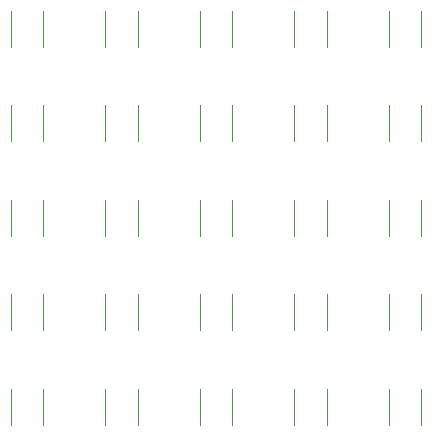
<source format=gbr>
%TF.GenerationSoftware,KiCad,Pcbnew,(6.0.1)*%
%TF.CreationDate,2022-11-17T20:37:07-05:00*%
%TF.ProjectId,ThermixelGrid,54686572-6d69-4786-956c-477269642e6b,rev?*%
%TF.SameCoordinates,Original*%
%TF.FileFunction,Legend,Top*%
%TF.FilePolarity,Positive*%
%FSLAX46Y46*%
G04 Gerber Fmt 4.6, Leading zero omitted, Abs format (unit mm)*
G04 Created by KiCad (PCBNEW (6.0.1)) date 2022-11-17 20:37:07*
%MOMM*%
%LPD*%
G01*
G04 APERTURE LIST*
%ADD10C,0.120000*%
G04 APERTURE END LIST*
D10*
%TO.C,R1*%
X2640000Y-2472936D02*
X2640000Y-5527064D01*
X5360000Y-2472936D02*
X5360000Y-5527064D01*
%TO.C,R2*%
X10640000Y-2472936D02*
X10640000Y-5527064D01*
X13360000Y-2472936D02*
X13360000Y-5527064D01*
%TO.C,R3*%
X21360000Y-2472936D02*
X21360000Y-5527064D01*
X18640000Y-2472936D02*
X18640000Y-5527064D01*
%TO.C,R4*%
X29360000Y-2472936D02*
X29360000Y-5527064D01*
X26640000Y-2472936D02*
X26640000Y-5527064D01*
%TO.C,R5*%
X37360000Y-2472936D02*
X37360000Y-5527064D01*
X34640000Y-2472936D02*
X34640000Y-5527064D01*
%TO.C,R6*%
X5360000Y-10472936D02*
X5360000Y-13527064D01*
X2640000Y-10472936D02*
X2640000Y-13527064D01*
%TO.C,R7*%
X13360000Y-10472936D02*
X13360000Y-13527064D01*
X10640000Y-10472936D02*
X10640000Y-13527064D01*
%TO.C,R8*%
X21360000Y-10472936D02*
X21360000Y-13527064D01*
X18640000Y-10472936D02*
X18640000Y-13527064D01*
%TO.C,R9*%
X26640000Y-10472936D02*
X26640000Y-13527064D01*
X29360000Y-10472936D02*
X29360000Y-13527064D01*
%TO.C,R10*%
X37360000Y-10472936D02*
X37360000Y-13527064D01*
X34640000Y-10472936D02*
X34640000Y-13527064D01*
%TO.C,R11*%
X5360000Y-18472936D02*
X5360000Y-21527064D01*
X2640000Y-18472936D02*
X2640000Y-21527064D01*
%TO.C,R12*%
X10640000Y-18472936D02*
X10640000Y-21527064D01*
X13360000Y-18472936D02*
X13360000Y-21527064D01*
%TO.C,R13*%
X18640000Y-18472936D02*
X18640000Y-21527064D01*
X21360000Y-18472936D02*
X21360000Y-21527064D01*
%TO.C,R14*%
X29360000Y-18472936D02*
X29360000Y-21527064D01*
X26640000Y-18472936D02*
X26640000Y-21527064D01*
%TO.C,R15*%
X34640000Y-18472936D02*
X34640000Y-21527064D01*
X37360000Y-18472936D02*
X37360000Y-21527064D01*
%TO.C,R16*%
X5360000Y-26472936D02*
X5360000Y-29527064D01*
X2640000Y-26472936D02*
X2640000Y-29527064D01*
%TO.C,R17*%
X10640000Y-26472936D02*
X10640000Y-29527064D01*
X13360000Y-26472936D02*
X13360000Y-29527064D01*
%TO.C,R18*%
X21360000Y-26472936D02*
X21360000Y-29527064D01*
X18640000Y-26472936D02*
X18640000Y-29527064D01*
%TO.C,R19*%
X29360000Y-26472936D02*
X29360000Y-29527064D01*
X26640000Y-26472936D02*
X26640000Y-29527064D01*
%TO.C,R20*%
X34640000Y-26472936D02*
X34640000Y-29527064D01*
X37360000Y-26472936D02*
X37360000Y-29527064D01*
%TO.C,R21*%
X2640000Y-34472936D02*
X2640000Y-37527064D01*
X5360000Y-34472936D02*
X5360000Y-37527064D01*
%TO.C,R22*%
X10640000Y-34472936D02*
X10640000Y-37527064D01*
X13360000Y-34472936D02*
X13360000Y-37527064D01*
%TO.C,R23*%
X21360000Y-34472936D02*
X21360000Y-37527064D01*
X18640000Y-34472936D02*
X18640000Y-37527064D01*
%TO.C,R24*%
X26640000Y-34472936D02*
X26640000Y-37527064D01*
X29360000Y-34472936D02*
X29360000Y-37527064D01*
%TO.C,R25*%
X34640000Y-34472936D02*
X34640000Y-37527064D01*
X37360000Y-34472936D02*
X37360000Y-37527064D01*
%TD*%
M02*

</source>
